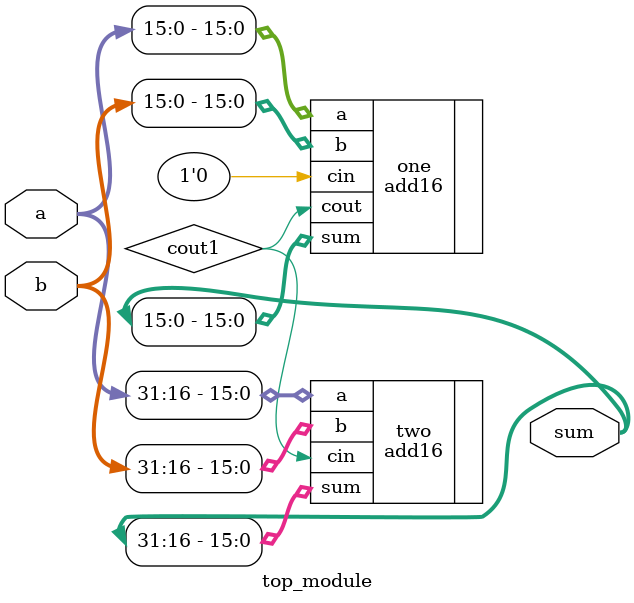
<source format=v>
module top_module(
    input [31:0] a,
    input [31:0] b,
    output [31:0] sum
);
wire cout1;
    add16 one(.a(a[15:0]),.b(b[15:0]),.cin(1'b0),.sum(sum[15:0]),.cout(cout1));
    add16 two(.a(a[31:16]),.b(b[31:16]),.cin(cout1),.sum(sum[31:16]));
endmodule

</source>
